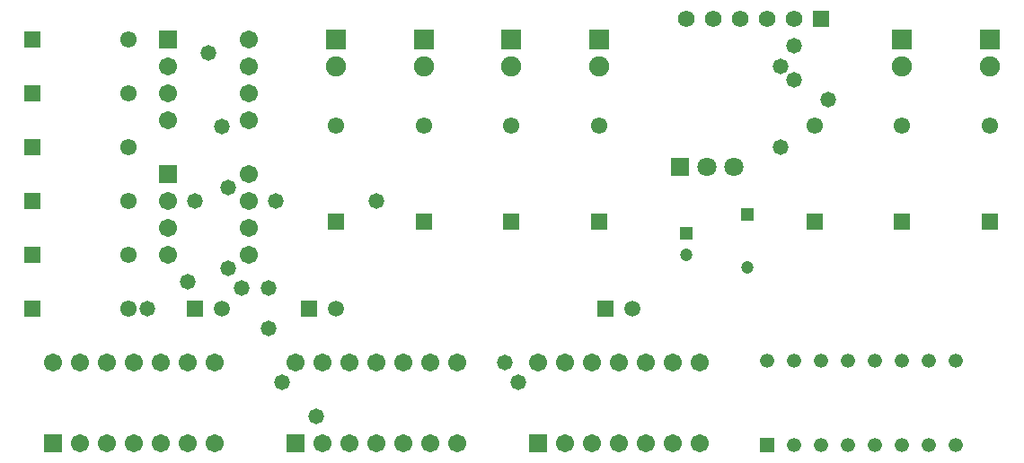
<source format=gts>
G04*
G04 #@! TF.GenerationSoftware,Altium Limited,Altium Designer,24.2.2 (26)*
G04*
G04 Layer_Color=8388736*
%FSLAX44Y44*%
%MOMM*%
G71*
G04*
G04 #@! TF.SameCoordinates,B633CA84-50E2-4AB7-B583-E53219F5B88E*
G04*
G04*
G04 #@! TF.FilePolarity,Negative*
G04*
G01*
G75*
%ADD16C,1.5532*%
%ADD17R,1.5532X1.5532*%
%ADD18C,1.3332*%
%ADD19R,1.3332X1.3332*%
%ADD20R,1.5700X1.5700*%
%ADD21C,1.5700*%
%ADD22R,1.2000X1.2000*%
%ADD23C,1.2000*%
%ADD24R,1.8032X1.8032*%
%ADD25C,1.8032*%
%ADD26C,1.5032*%
%ADD27R,1.5032X1.5032*%
%ADD28R,1.7032X1.7032*%
%ADD29C,1.7032*%
%ADD30R,1.9000X1.9000*%
%ADD31C,1.9000*%
%ADD32R,1.7032X1.7032*%
%ADD33R,1.5532X1.5532*%
%ADD34C,1.4732*%
D16*
X717550Y1130850D02*
D03*
X1168400D02*
D03*
X965200D02*
D03*
X1333500D02*
D03*
X1250950D02*
D03*
X882650D02*
D03*
X800100D02*
D03*
X521250Y958850D02*
D03*
Y1009650D02*
D03*
Y1060450D02*
D03*
Y1111250D02*
D03*
Y1162050D02*
D03*
Y1212850D02*
D03*
D17*
X717550Y1040850D02*
D03*
X1168400D02*
D03*
X965200D02*
D03*
X1333500D02*
D03*
X1250950D02*
D03*
X882650D02*
D03*
X800100D02*
D03*
D18*
X1123950Y909650D02*
D03*
X1149350D02*
D03*
X1174750D02*
D03*
X1200150D02*
D03*
X1225550D02*
D03*
X1250950D02*
D03*
X1276350D02*
D03*
X1301750D02*
D03*
Y830250D02*
D03*
X1276350D02*
D03*
X1250950D02*
D03*
X1225550D02*
D03*
X1200150D02*
D03*
X1174750D02*
D03*
X1149350D02*
D03*
D19*
X1123950D02*
D03*
D20*
X1174750Y1231900D02*
D03*
D21*
X1149350D02*
D03*
X1123950D02*
D03*
X1098550D02*
D03*
X1073150D02*
D03*
X1047750D02*
D03*
D22*
X1104900Y1047350D02*
D03*
X1047750Y1029650D02*
D03*
D23*
X1104900Y997350D02*
D03*
X1047750Y1009650D02*
D03*
D24*
X1041400Y1092200D02*
D03*
D25*
X1066800D02*
D03*
X1092200D02*
D03*
D26*
X996950Y958850D02*
D03*
X717550D02*
D03*
X609600D02*
D03*
D27*
X971550D02*
D03*
X692150D02*
D03*
X584200D02*
D03*
D28*
X908050Y831850D02*
D03*
X679450D02*
D03*
X450850D02*
D03*
D29*
X933450D02*
D03*
X958850D02*
D03*
X984250D02*
D03*
X1009650D02*
D03*
X1035050D02*
D03*
X1060450D02*
D03*
X908050Y908050D02*
D03*
X933450D02*
D03*
X958850D02*
D03*
X984250D02*
D03*
X1009650D02*
D03*
X1035050D02*
D03*
X1060450D02*
D03*
X704850Y831850D02*
D03*
X730250D02*
D03*
X755650D02*
D03*
X781050D02*
D03*
X806450D02*
D03*
X831850D02*
D03*
X679450Y908050D02*
D03*
X704850D02*
D03*
X730250D02*
D03*
X755650D02*
D03*
X781050D02*
D03*
X806450D02*
D03*
X831850D02*
D03*
X476250Y831850D02*
D03*
X501650D02*
D03*
X527050D02*
D03*
X552450D02*
D03*
X577850D02*
D03*
X603250D02*
D03*
X450850Y908050D02*
D03*
X476250D02*
D03*
X501650D02*
D03*
X527050D02*
D03*
X552450D02*
D03*
X577850D02*
D03*
X603250D02*
D03*
X635000Y1009650D02*
D03*
Y1035050D02*
D03*
Y1060450D02*
D03*
Y1085850D02*
D03*
X558800Y1009650D02*
D03*
Y1035050D02*
D03*
Y1060450D02*
D03*
X635000Y1136650D02*
D03*
Y1162050D02*
D03*
Y1187450D02*
D03*
Y1212850D02*
D03*
X558800Y1136650D02*
D03*
Y1162050D02*
D03*
Y1187450D02*
D03*
D30*
X1333500Y1212850D02*
D03*
X1250950D02*
D03*
X965200D02*
D03*
X882650D02*
D03*
X800100D02*
D03*
X717550D02*
D03*
D31*
X1333500Y1187450D02*
D03*
X1250950D02*
D03*
X965200D02*
D03*
X882650D02*
D03*
X800100D02*
D03*
X717550D02*
D03*
D32*
X558800Y1085850D02*
D03*
Y1212850D02*
D03*
D33*
X431250Y958850D02*
D03*
Y1009650D02*
D03*
Y1060450D02*
D03*
Y1111250D02*
D03*
Y1162050D02*
D03*
Y1212850D02*
D03*
D34*
X609600Y1130300D02*
D03*
X698500Y857250D02*
D03*
X666545Y888795D02*
D03*
X889000Y889000D02*
D03*
X628650Y977900D02*
D03*
X1136650Y1187450D02*
D03*
X1149350Y1174750D02*
D03*
X1136650Y1111250D02*
D03*
X1149350Y1206500D02*
D03*
X654050Y977900D02*
D03*
X755650Y1060450D02*
D03*
X660400D02*
D03*
X654050Y939800D02*
D03*
X615950Y996950D02*
D03*
Y1073150D02*
D03*
X584200Y1060450D02*
D03*
X539750Y958850D02*
D03*
X577850Y984250D02*
D03*
X596900Y1200150D02*
D03*
X876300Y908050D02*
D03*
X1181100Y1155700D02*
D03*
M02*

</source>
